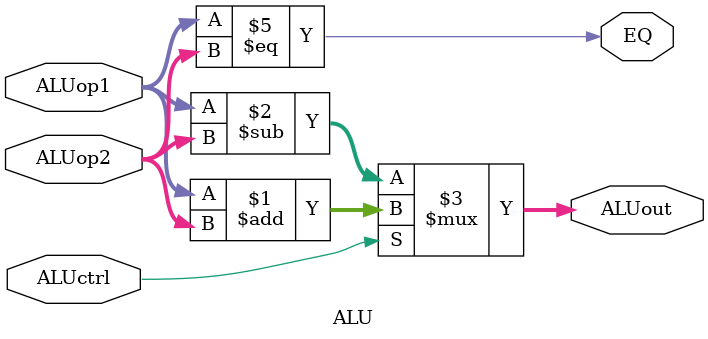
<source format=sv>
module ALU #(
    DATA_WIDTH = 32
)(
    input logic ALUctrl,
    input logic [DATA_WIDTH-1:0] ALUop1,
    input logic [DATA_WIDTH-1:0] ALUop2,
    output logic [DATA_WIDTH-1:0] ALUout,
    output logic EQ
);

assign ALUout = ALUctrl ? (ALUop1 + ALUop2) : (ALUop1 - ALUop2);

always_comb begin
    EQ = (ALUop1 == ALUop2);
end

endmodule
</source>
